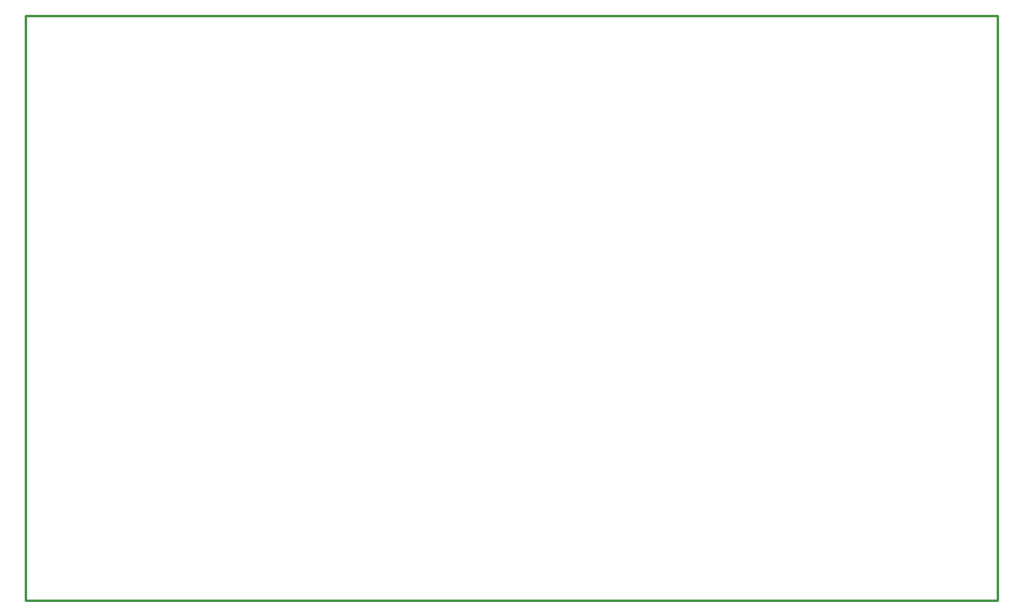
<source format=gbr>
%TF.GenerationSoftware,KiCad,Pcbnew,5.99.0-unknown-92c4596252~129~ubuntu20.04.1*%
%TF.CreationDate,2021-06-09T22:53:10+02:00*%
%TF.ProjectId,cubieboard-lora-gateway-lrwan-gs_hf1,63756269-6562-46f6-9172-642d6c6f7261,V1.0*%
%TF.SameCoordinates,Original*%
%TF.FileFunction,Profile,NP*%
%FSLAX46Y46*%
G04 Gerber Fmt 4.6, Leading zero omitted, Abs format (unit mm)*
G04 Created by KiCad (PCBNEW 5.99.0-unknown-92c4596252~129~ubuntu20.04.1) date 2021-06-09 22:53:10*
%MOMM*%
%LPD*%
G01*
G04 APERTURE LIST*
%TA.AperFunction,Profile*%
%ADD10C,0.254000*%
%TD*%
G04 APERTURE END LIST*
D10*
X197490000Y-129530000D02*
X97490000Y-129530000D01*
X197490000Y-69430000D02*
X97490000Y-69430000D01*
X97490000Y-69430000D02*
X97490000Y-129530000D01*
X197490000Y-69430000D02*
X197490000Y-129530000D01*
M02*

</source>
